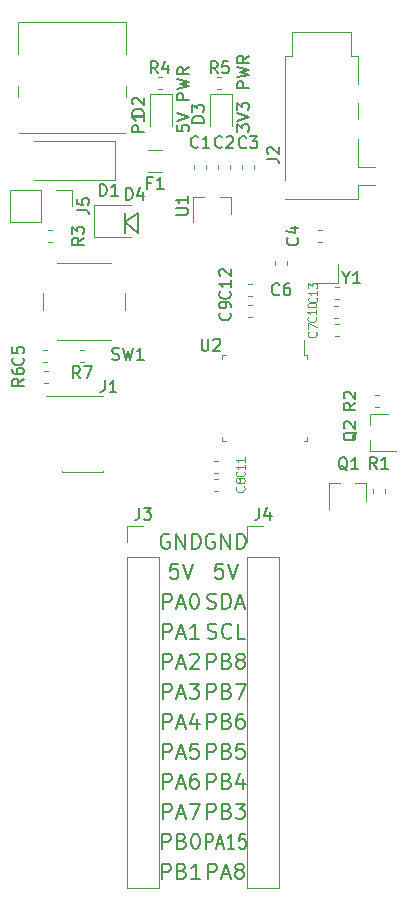
<source format=gbr>
G04 #@! TF.GenerationSoftware,KiCad,Pcbnew,5.1.5*
G04 #@! TF.CreationDate,2020-02-17T14:33:41-05:00*
G04 #@! TF.ProjectId,stm32,73746d33-322e-46b6-9963-61645f706362,B*
G04 #@! TF.SameCoordinates,Original*
G04 #@! TF.FileFunction,Legend,Top*
G04 #@! TF.FilePolarity,Positive*
%FSLAX46Y46*%
G04 Gerber Fmt 4.6, Leading zero omitted, Abs format (unit mm)*
G04 Created by KiCad (PCBNEW 5.1.5) date 2020-02-17 14:33:41*
%MOMM*%
%LPD*%
G04 APERTURE LIST*
%ADD10C,0.127000*%
%ADD11C,0.152400*%
%ADD12C,0.120000*%
%ADD13C,0.100000*%
%ADD14C,0.200000*%
%ADD15C,0.150000*%
%ADD16C,0.101600*%
G04 APERTURE END LIST*
D10*
X130507619Y-66868523D02*
X130507619Y-66239571D01*
X130894666Y-66578238D01*
X130894666Y-66433095D01*
X130943047Y-66336333D01*
X130991428Y-66287952D01*
X131088190Y-66239571D01*
X131330095Y-66239571D01*
X131426857Y-66287952D01*
X131475238Y-66336333D01*
X131523619Y-66433095D01*
X131523619Y-66723380D01*
X131475238Y-66820142D01*
X131426857Y-66868523D01*
X130507619Y-65949285D02*
X131523619Y-65610619D01*
X130507619Y-65271952D01*
X130507619Y-65030047D02*
X130507619Y-64401095D01*
X130894666Y-64739761D01*
X130894666Y-64594619D01*
X130943047Y-64497857D01*
X130991428Y-64449476D01*
X131088190Y-64401095D01*
X131330095Y-64401095D01*
X131426857Y-64449476D01*
X131475238Y-64497857D01*
X131523619Y-64594619D01*
X131523619Y-64884904D01*
X131475238Y-64981666D01*
X131426857Y-65030047D01*
X131523619Y-63191571D02*
X130507619Y-63191571D01*
X130507619Y-62804523D01*
X130556000Y-62707761D01*
X130604380Y-62659380D01*
X130701142Y-62611000D01*
X130846285Y-62611000D01*
X130943047Y-62659380D01*
X130991428Y-62707761D01*
X131039809Y-62804523D01*
X131039809Y-63191571D01*
X130507619Y-62272333D02*
X131523619Y-62030428D01*
X130797904Y-61836904D01*
X131523619Y-61643380D01*
X130507619Y-61401476D01*
X131523619Y-60433857D02*
X131039809Y-60772523D01*
X131523619Y-61014428D02*
X130507619Y-61014428D01*
X130507619Y-60627380D01*
X130556000Y-60530619D01*
X130604380Y-60482238D01*
X130701142Y-60433857D01*
X130846285Y-60433857D01*
X130943047Y-60482238D01*
X130991428Y-60530619D01*
X131039809Y-60627380D01*
X131039809Y-61014428D01*
X125427619Y-66312142D02*
X125427619Y-66795952D01*
X125911428Y-66844333D01*
X125863047Y-66795952D01*
X125814666Y-66699190D01*
X125814666Y-66457285D01*
X125863047Y-66360523D01*
X125911428Y-66312142D01*
X126008190Y-66263761D01*
X126250095Y-66263761D01*
X126346857Y-66312142D01*
X126395238Y-66360523D01*
X126443619Y-66457285D01*
X126443619Y-66699190D01*
X126395238Y-66795952D01*
X126346857Y-66844333D01*
X125427619Y-65973476D02*
X126443619Y-65634809D01*
X125427619Y-65296142D01*
X126443619Y-64183380D02*
X125427619Y-64183380D01*
X125427619Y-63796333D01*
X125476000Y-63699571D01*
X125524380Y-63651190D01*
X125621142Y-63602809D01*
X125766285Y-63602809D01*
X125863047Y-63651190D01*
X125911428Y-63699571D01*
X125959809Y-63796333D01*
X125959809Y-64183380D01*
X125427619Y-63264142D02*
X126443619Y-63022238D01*
X125717904Y-62828714D01*
X126443619Y-62635190D01*
X125427619Y-62393285D01*
X126443619Y-61425666D02*
X125959809Y-61764333D01*
X126443619Y-62006238D02*
X125427619Y-62006238D01*
X125427619Y-61619190D01*
X125476000Y-61522428D01*
X125524380Y-61474047D01*
X125621142Y-61425666D01*
X125766285Y-61425666D01*
X125863047Y-61474047D01*
X125911428Y-61522428D01*
X125959809Y-61619190D01*
X125959809Y-62006238D01*
D11*
X127997857Y-107194047D02*
X128179285Y-107254523D01*
X128481666Y-107254523D01*
X128602619Y-107194047D01*
X128663095Y-107133571D01*
X128723571Y-107012619D01*
X128723571Y-106891666D01*
X128663095Y-106770714D01*
X128602619Y-106710238D01*
X128481666Y-106649761D01*
X128239761Y-106589285D01*
X128118809Y-106528809D01*
X128058333Y-106468333D01*
X127997857Y-106347380D01*
X127997857Y-106226428D01*
X128058333Y-106105476D01*
X128118809Y-106045000D01*
X128239761Y-105984523D01*
X128542142Y-105984523D01*
X128723571Y-106045000D01*
X129267857Y-107254523D02*
X129267857Y-105984523D01*
X129570238Y-105984523D01*
X129751666Y-106045000D01*
X129872619Y-106165952D01*
X129933095Y-106286904D01*
X129993571Y-106528809D01*
X129993571Y-106710238D01*
X129933095Y-106952142D01*
X129872619Y-107073095D01*
X129751666Y-107194047D01*
X129570238Y-107254523D01*
X129267857Y-107254523D01*
X130477380Y-106891666D02*
X131082142Y-106891666D01*
X130356428Y-107254523D02*
X130779761Y-105984523D01*
X131203095Y-107254523D01*
X128028095Y-109734047D02*
X128209523Y-109794523D01*
X128511904Y-109794523D01*
X128632857Y-109734047D01*
X128693333Y-109673571D01*
X128753809Y-109552619D01*
X128753809Y-109431666D01*
X128693333Y-109310714D01*
X128632857Y-109250238D01*
X128511904Y-109189761D01*
X128270000Y-109129285D01*
X128149047Y-109068809D01*
X128088571Y-109008333D01*
X128028095Y-108887380D01*
X128028095Y-108766428D01*
X128088571Y-108645476D01*
X128149047Y-108585000D01*
X128270000Y-108524523D01*
X128572380Y-108524523D01*
X128753809Y-108585000D01*
X130023809Y-109673571D02*
X129963333Y-109734047D01*
X129781904Y-109794523D01*
X129660952Y-109794523D01*
X129479523Y-109734047D01*
X129358571Y-109613095D01*
X129298095Y-109492142D01*
X129237619Y-109250238D01*
X129237619Y-109068809D01*
X129298095Y-108826904D01*
X129358571Y-108705952D01*
X129479523Y-108585000D01*
X129660952Y-108524523D01*
X129781904Y-108524523D01*
X129963333Y-108585000D01*
X130023809Y-108645476D01*
X131172857Y-109794523D02*
X130568095Y-109794523D01*
X130568095Y-108524523D01*
X124157619Y-130114523D02*
X124157619Y-128844523D01*
X124641428Y-128844523D01*
X124762380Y-128905000D01*
X124822857Y-128965476D01*
X124883333Y-129086428D01*
X124883333Y-129267857D01*
X124822857Y-129388809D01*
X124762380Y-129449285D01*
X124641428Y-129509761D01*
X124157619Y-129509761D01*
X125850952Y-129449285D02*
X126032380Y-129509761D01*
X126092857Y-129570238D01*
X126153333Y-129691190D01*
X126153333Y-129872619D01*
X126092857Y-129993571D01*
X126032380Y-130054047D01*
X125911428Y-130114523D01*
X125427619Y-130114523D01*
X125427619Y-128844523D01*
X125850952Y-128844523D01*
X125971904Y-128905000D01*
X126032380Y-128965476D01*
X126092857Y-129086428D01*
X126092857Y-129207380D01*
X126032380Y-129328333D01*
X125971904Y-129388809D01*
X125850952Y-129449285D01*
X125427619Y-129449285D01*
X127362857Y-130114523D02*
X126637142Y-130114523D01*
X127000000Y-130114523D02*
X127000000Y-128844523D01*
X126879047Y-129025952D01*
X126758095Y-129146904D01*
X126637142Y-129207380D01*
X127967619Y-112334523D02*
X127967619Y-111064523D01*
X128451428Y-111064523D01*
X128572380Y-111125000D01*
X128632857Y-111185476D01*
X128693333Y-111306428D01*
X128693333Y-111487857D01*
X128632857Y-111608809D01*
X128572380Y-111669285D01*
X128451428Y-111729761D01*
X127967619Y-111729761D01*
X129660952Y-111669285D02*
X129842380Y-111729761D01*
X129902857Y-111790238D01*
X129963333Y-111911190D01*
X129963333Y-112092619D01*
X129902857Y-112213571D01*
X129842380Y-112274047D01*
X129721428Y-112334523D01*
X129237619Y-112334523D01*
X129237619Y-111064523D01*
X129660952Y-111064523D01*
X129781904Y-111125000D01*
X129842380Y-111185476D01*
X129902857Y-111306428D01*
X129902857Y-111427380D01*
X129842380Y-111548333D01*
X129781904Y-111608809D01*
X129660952Y-111669285D01*
X129237619Y-111669285D01*
X130689047Y-111608809D02*
X130568095Y-111548333D01*
X130507619Y-111487857D01*
X130447142Y-111366904D01*
X130447142Y-111306428D01*
X130507619Y-111185476D01*
X130568095Y-111125000D01*
X130689047Y-111064523D01*
X130930952Y-111064523D01*
X131051904Y-111125000D01*
X131112380Y-111185476D01*
X131172857Y-111306428D01*
X131172857Y-111366904D01*
X131112380Y-111487857D01*
X131051904Y-111548333D01*
X130930952Y-111608809D01*
X130689047Y-111608809D01*
X130568095Y-111669285D01*
X130507619Y-111729761D01*
X130447142Y-111850714D01*
X130447142Y-112092619D01*
X130507619Y-112213571D01*
X130568095Y-112274047D01*
X130689047Y-112334523D01*
X130930952Y-112334523D01*
X131051904Y-112274047D01*
X131112380Y-112213571D01*
X131172857Y-112092619D01*
X131172857Y-111850714D01*
X131112380Y-111729761D01*
X131051904Y-111669285D01*
X130930952Y-111608809D01*
X127967619Y-114874523D02*
X127967619Y-113604523D01*
X128451428Y-113604523D01*
X128572380Y-113665000D01*
X128632857Y-113725476D01*
X128693333Y-113846428D01*
X128693333Y-114027857D01*
X128632857Y-114148809D01*
X128572380Y-114209285D01*
X128451428Y-114269761D01*
X127967619Y-114269761D01*
X129660952Y-114209285D02*
X129842380Y-114269761D01*
X129902857Y-114330238D01*
X129963333Y-114451190D01*
X129963333Y-114632619D01*
X129902857Y-114753571D01*
X129842380Y-114814047D01*
X129721428Y-114874523D01*
X129237619Y-114874523D01*
X129237619Y-113604523D01*
X129660952Y-113604523D01*
X129781904Y-113665000D01*
X129842380Y-113725476D01*
X129902857Y-113846428D01*
X129902857Y-113967380D01*
X129842380Y-114088333D01*
X129781904Y-114148809D01*
X129660952Y-114209285D01*
X129237619Y-114209285D01*
X130386666Y-113604523D02*
X131233333Y-113604523D01*
X130689047Y-114874523D01*
X127967619Y-117414523D02*
X127967619Y-116144523D01*
X128451428Y-116144523D01*
X128572380Y-116205000D01*
X128632857Y-116265476D01*
X128693333Y-116386428D01*
X128693333Y-116567857D01*
X128632857Y-116688809D01*
X128572380Y-116749285D01*
X128451428Y-116809761D01*
X127967619Y-116809761D01*
X129660952Y-116749285D02*
X129842380Y-116809761D01*
X129902857Y-116870238D01*
X129963333Y-116991190D01*
X129963333Y-117172619D01*
X129902857Y-117293571D01*
X129842380Y-117354047D01*
X129721428Y-117414523D01*
X129237619Y-117414523D01*
X129237619Y-116144523D01*
X129660952Y-116144523D01*
X129781904Y-116205000D01*
X129842380Y-116265476D01*
X129902857Y-116386428D01*
X129902857Y-116507380D01*
X129842380Y-116628333D01*
X129781904Y-116688809D01*
X129660952Y-116749285D01*
X129237619Y-116749285D01*
X131051904Y-116144523D02*
X130810000Y-116144523D01*
X130689047Y-116205000D01*
X130628571Y-116265476D01*
X130507619Y-116446904D01*
X130447142Y-116688809D01*
X130447142Y-117172619D01*
X130507619Y-117293571D01*
X130568095Y-117354047D01*
X130689047Y-117414523D01*
X130930952Y-117414523D01*
X131051904Y-117354047D01*
X131112380Y-117293571D01*
X131172857Y-117172619D01*
X131172857Y-116870238D01*
X131112380Y-116749285D01*
X131051904Y-116688809D01*
X130930952Y-116628333D01*
X130689047Y-116628333D01*
X130568095Y-116688809D01*
X130507619Y-116749285D01*
X130447142Y-116870238D01*
X127967619Y-119954523D02*
X127967619Y-118684523D01*
X128451428Y-118684523D01*
X128572380Y-118745000D01*
X128632857Y-118805476D01*
X128693333Y-118926428D01*
X128693333Y-119107857D01*
X128632857Y-119228809D01*
X128572380Y-119289285D01*
X128451428Y-119349761D01*
X127967619Y-119349761D01*
X129660952Y-119289285D02*
X129842380Y-119349761D01*
X129902857Y-119410238D01*
X129963333Y-119531190D01*
X129963333Y-119712619D01*
X129902857Y-119833571D01*
X129842380Y-119894047D01*
X129721428Y-119954523D01*
X129237619Y-119954523D01*
X129237619Y-118684523D01*
X129660952Y-118684523D01*
X129781904Y-118745000D01*
X129842380Y-118805476D01*
X129902857Y-118926428D01*
X129902857Y-119047380D01*
X129842380Y-119168333D01*
X129781904Y-119228809D01*
X129660952Y-119289285D01*
X129237619Y-119289285D01*
X131112380Y-118684523D02*
X130507619Y-118684523D01*
X130447142Y-119289285D01*
X130507619Y-119228809D01*
X130628571Y-119168333D01*
X130930952Y-119168333D01*
X131051904Y-119228809D01*
X131112380Y-119289285D01*
X131172857Y-119410238D01*
X131172857Y-119712619D01*
X131112380Y-119833571D01*
X131051904Y-119894047D01*
X130930952Y-119954523D01*
X130628571Y-119954523D01*
X130507619Y-119894047D01*
X130447142Y-119833571D01*
X127967619Y-122494523D02*
X127967619Y-121224523D01*
X128451428Y-121224523D01*
X128572380Y-121285000D01*
X128632857Y-121345476D01*
X128693333Y-121466428D01*
X128693333Y-121647857D01*
X128632857Y-121768809D01*
X128572380Y-121829285D01*
X128451428Y-121889761D01*
X127967619Y-121889761D01*
X129660952Y-121829285D02*
X129842380Y-121889761D01*
X129902857Y-121950238D01*
X129963333Y-122071190D01*
X129963333Y-122252619D01*
X129902857Y-122373571D01*
X129842380Y-122434047D01*
X129721428Y-122494523D01*
X129237619Y-122494523D01*
X129237619Y-121224523D01*
X129660952Y-121224523D01*
X129781904Y-121285000D01*
X129842380Y-121345476D01*
X129902857Y-121466428D01*
X129902857Y-121587380D01*
X129842380Y-121708333D01*
X129781904Y-121768809D01*
X129660952Y-121829285D01*
X129237619Y-121829285D01*
X131051904Y-121647857D02*
X131051904Y-122494523D01*
X130749523Y-121164047D02*
X130447142Y-122071190D01*
X131233333Y-122071190D01*
X127967619Y-125034523D02*
X127967619Y-123764523D01*
X128451428Y-123764523D01*
X128572380Y-123825000D01*
X128632857Y-123885476D01*
X128693333Y-124006428D01*
X128693333Y-124187857D01*
X128632857Y-124308809D01*
X128572380Y-124369285D01*
X128451428Y-124429761D01*
X127967619Y-124429761D01*
X129660952Y-124369285D02*
X129842380Y-124429761D01*
X129902857Y-124490238D01*
X129963333Y-124611190D01*
X129963333Y-124792619D01*
X129902857Y-124913571D01*
X129842380Y-124974047D01*
X129721428Y-125034523D01*
X129237619Y-125034523D01*
X129237619Y-123764523D01*
X129660952Y-123764523D01*
X129781904Y-123825000D01*
X129842380Y-123885476D01*
X129902857Y-124006428D01*
X129902857Y-124127380D01*
X129842380Y-124248333D01*
X129781904Y-124308809D01*
X129660952Y-124369285D01*
X129237619Y-124369285D01*
X130386666Y-123764523D02*
X131172857Y-123764523D01*
X130749523Y-124248333D01*
X130930952Y-124248333D01*
X131051904Y-124308809D01*
X131112380Y-124369285D01*
X131172857Y-124490238D01*
X131172857Y-124792619D01*
X131112380Y-124913571D01*
X131051904Y-124974047D01*
X130930952Y-125034523D01*
X130568095Y-125034523D01*
X130447142Y-124974047D01*
X130386666Y-124913571D01*
X127870857Y-127574523D02*
X127870857Y-126304523D01*
X128257904Y-126304523D01*
X128354666Y-126365000D01*
X128403047Y-126425476D01*
X128451428Y-126546428D01*
X128451428Y-126727857D01*
X128403047Y-126848809D01*
X128354666Y-126909285D01*
X128257904Y-126969761D01*
X127870857Y-126969761D01*
X128838476Y-127211666D02*
X129322285Y-127211666D01*
X128741714Y-127574523D02*
X129080380Y-126304523D01*
X129419047Y-127574523D01*
X130289904Y-127574523D02*
X129709333Y-127574523D01*
X129999619Y-127574523D02*
X129999619Y-126304523D01*
X129902857Y-126485952D01*
X129806095Y-126606904D01*
X129709333Y-126667380D01*
X131209142Y-126304523D02*
X130725333Y-126304523D01*
X130676952Y-126909285D01*
X130725333Y-126848809D01*
X130822095Y-126788333D01*
X131064000Y-126788333D01*
X131160761Y-126848809D01*
X131209142Y-126909285D01*
X131257523Y-127030238D01*
X131257523Y-127332619D01*
X131209142Y-127453571D01*
X131160761Y-127514047D01*
X131064000Y-127574523D01*
X130822095Y-127574523D01*
X130725333Y-127514047D01*
X130676952Y-127453571D01*
X128058333Y-130114523D02*
X128058333Y-128844523D01*
X128542142Y-128844523D01*
X128663095Y-128905000D01*
X128723571Y-128965476D01*
X128784047Y-129086428D01*
X128784047Y-129267857D01*
X128723571Y-129388809D01*
X128663095Y-129449285D01*
X128542142Y-129509761D01*
X128058333Y-129509761D01*
X129267857Y-129751666D02*
X129872619Y-129751666D01*
X129146904Y-130114523D02*
X129570238Y-128844523D01*
X129993571Y-130114523D01*
X130598333Y-129388809D02*
X130477380Y-129328333D01*
X130416904Y-129267857D01*
X130356428Y-129146904D01*
X130356428Y-129086428D01*
X130416904Y-128965476D01*
X130477380Y-128905000D01*
X130598333Y-128844523D01*
X130840238Y-128844523D01*
X130961190Y-128905000D01*
X131021666Y-128965476D01*
X131082142Y-129086428D01*
X131082142Y-129146904D01*
X131021666Y-129267857D01*
X130961190Y-129328333D01*
X130840238Y-129388809D01*
X130598333Y-129388809D01*
X130477380Y-129449285D01*
X130416904Y-129509761D01*
X130356428Y-129630714D01*
X130356428Y-129872619D01*
X130416904Y-129993571D01*
X130477380Y-130054047D01*
X130598333Y-130114523D01*
X130840238Y-130114523D01*
X130961190Y-130054047D01*
X131021666Y-129993571D01*
X131082142Y-129872619D01*
X131082142Y-129630714D01*
X131021666Y-129509761D01*
X130961190Y-129449285D01*
X130840238Y-129388809D01*
X124157619Y-127574523D02*
X124157619Y-126304523D01*
X124641428Y-126304523D01*
X124762380Y-126365000D01*
X124822857Y-126425476D01*
X124883333Y-126546428D01*
X124883333Y-126727857D01*
X124822857Y-126848809D01*
X124762380Y-126909285D01*
X124641428Y-126969761D01*
X124157619Y-126969761D01*
X125850952Y-126909285D02*
X126032380Y-126969761D01*
X126092857Y-127030238D01*
X126153333Y-127151190D01*
X126153333Y-127332619D01*
X126092857Y-127453571D01*
X126032380Y-127514047D01*
X125911428Y-127574523D01*
X125427619Y-127574523D01*
X125427619Y-126304523D01*
X125850952Y-126304523D01*
X125971904Y-126365000D01*
X126032380Y-126425476D01*
X126092857Y-126546428D01*
X126092857Y-126667380D01*
X126032380Y-126788333D01*
X125971904Y-126848809D01*
X125850952Y-126909285D01*
X125427619Y-126909285D01*
X126939523Y-126304523D02*
X127060476Y-126304523D01*
X127181428Y-126365000D01*
X127241904Y-126425476D01*
X127302380Y-126546428D01*
X127362857Y-126788333D01*
X127362857Y-127090714D01*
X127302380Y-127332619D01*
X127241904Y-127453571D01*
X127181428Y-127514047D01*
X127060476Y-127574523D01*
X126939523Y-127574523D01*
X126818571Y-127514047D01*
X126758095Y-127453571D01*
X126697619Y-127332619D01*
X126637142Y-127090714D01*
X126637142Y-126788333D01*
X126697619Y-126546428D01*
X126758095Y-126425476D01*
X126818571Y-126365000D01*
X126939523Y-126304523D01*
X124248333Y-125034523D02*
X124248333Y-123764523D01*
X124732142Y-123764523D01*
X124853095Y-123825000D01*
X124913571Y-123885476D01*
X124974047Y-124006428D01*
X124974047Y-124187857D01*
X124913571Y-124308809D01*
X124853095Y-124369285D01*
X124732142Y-124429761D01*
X124248333Y-124429761D01*
X125457857Y-124671666D02*
X126062619Y-124671666D01*
X125336904Y-125034523D02*
X125760238Y-123764523D01*
X126183571Y-125034523D01*
X126485952Y-123764523D02*
X127332619Y-123764523D01*
X126788333Y-125034523D01*
X124248333Y-122494523D02*
X124248333Y-121224523D01*
X124732142Y-121224523D01*
X124853095Y-121285000D01*
X124913571Y-121345476D01*
X124974047Y-121466428D01*
X124974047Y-121647857D01*
X124913571Y-121768809D01*
X124853095Y-121829285D01*
X124732142Y-121889761D01*
X124248333Y-121889761D01*
X125457857Y-122131666D02*
X126062619Y-122131666D01*
X125336904Y-122494523D02*
X125760238Y-121224523D01*
X126183571Y-122494523D01*
X127151190Y-121224523D02*
X126909285Y-121224523D01*
X126788333Y-121285000D01*
X126727857Y-121345476D01*
X126606904Y-121526904D01*
X126546428Y-121768809D01*
X126546428Y-122252619D01*
X126606904Y-122373571D01*
X126667380Y-122434047D01*
X126788333Y-122494523D01*
X127030238Y-122494523D01*
X127151190Y-122434047D01*
X127211666Y-122373571D01*
X127272142Y-122252619D01*
X127272142Y-121950238D01*
X127211666Y-121829285D01*
X127151190Y-121768809D01*
X127030238Y-121708333D01*
X126788333Y-121708333D01*
X126667380Y-121768809D01*
X126606904Y-121829285D01*
X126546428Y-121950238D01*
X124248333Y-119954523D02*
X124248333Y-118684523D01*
X124732142Y-118684523D01*
X124853095Y-118745000D01*
X124913571Y-118805476D01*
X124974047Y-118926428D01*
X124974047Y-119107857D01*
X124913571Y-119228809D01*
X124853095Y-119289285D01*
X124732142Y-119349761D01*
X124248333Y-119349761D01*
X125457857Y-119591666D02*
X126062619Y-119591666D01*
X125336904Y-119954523D02*
X125760238Y-118684523D01*
X126183571Y-119954523D01*
X127211666Y-118684523D02*
X126606904Y-118684523D01*
X126546428Y-119289285D01*
X126606904Y-119228809D01*
X126727857Y-119168333D01*
X127030238Y-119168333D01*
X127151190Y-119228809D01*
X127211666Y-119289285D01*
X127272142Y-119410238D01*
X127272142Y-119712619D01*
X127211666Y-119833571D01*
X127151190Y-119894047D01*
X127030238Y-119954523D01*
X126727857Y-119954523D01*
X126606904Y-119894047D01*
X126546428Y-119833571D01*
X124248333Y-117414523D02*
X124248333Y-116144523D01*
X124732142Y-116144523D01*
X124853095Y-116205000D01*
X124913571Y-116265476D01*
X124974047Y-116386428D01*
X124974047Y-116567857D01*
X124913571Y-116688809D01*
X124853095Y-116749285D01*
X124732142Y-116809761D01*
X124248333Y-116809761D01*
X125457857Y-117051666D02*
X126062619Y-117051666D01*
X125336904Y-117414523D02*
X125760238Y-116144523D01*
X126183571Y-117414523D01*
X127151190Y-116567857D02*
X127151190Y-117414523D01*
X126848809Y-116084047D02*
X126546428Y-116991190D01*
X127332619Y-116991190D01*
X124248333Y-114874523D02*
X124248333Y-113604523D01*
X124732142Y-113604523D01*
X124853095Y-113665000D01*
X124913571Y-113725476D01*
X124974047Y-113846428D01*
X124974047Y-114027857D01*
X124913571Y-114148809D01*
X124853095Y-114209285D01*
X124732142Y-114269761D01*
X124248333Y-114269761D01*
X125457857Y-114511666D02*
X126062619Y-114511666D01*
X125336904Y-114874523D02*
X125760238Y-113604523D01*
X126183571Y-114874523D01*
X126485952Y-113604523D02*
X127272142Y-113604523D01*
X126848809Y-114088333D01*
X127030238Y-114088333D01*
X127151190Y-114148809D01*
X127211666Y-114209285D01*
X127272142Y-114330238D01*
X127272142Y-114632619D01*
X127211666Y-114753571D01*
X127151190Y-114814047D01*
X127030238Y-114874523D01*
X126667380Y-114874523D01*
X126546428Y-114814047D01*
X126485952Y-114753571D01*
X124248333Y-112334523D02*
X124248333Y-111064523D01*
X124732142Y-111064523D01*
X124853095Y-111125000D01*
X124913571Y-111185476D01*
X124974047Y-111306428D01*
X124974047Y-111487857D01*
X124913571Y-111608809D01*
X124853095Y-111669285D01*
X124732142Y-111729761D01*
X124248333Y-111729761D01*
X125457857Y-111971666D02*
X126062619Y-111971666D01*
X125336904Y-112334523D02*
X125760238Y-111064523D01*
X126183571Y-112334523D01*
X126546428Y-111185476D02*
X126606904Y-111125000D01*
X126727857Y-111064523D01*
X127030238Y-111064523D01*
X127151190Y-111125000D01*
X127211666Y-111185476D01*
X127272142Y-111306428D01*
X127272142Y-111427380D01*
X127211666Y-111608809D01*
X126485952Y-112334523D01*
X127272142Y-112334523D01*
X124248333Y-109794523D02*
X124248333Y-108524523D01*
X124732142Y-108524523D01*
X124853095Y-108585000D01*
X124913571Y-108645476D01*
X124974047Y-108766428D01*
X124974047Y-108947857D01*
X124913571Y-109068809D01*
X124853095Y-109129285D01*
X124732142Y-109189761D01*
X124248333Y-109189761D01*
X125457857Y-109431666D02*
X126062619Y-109431666D01*
X125336904Y-109794523D02*
X125760238Y-108524523D01*
X126183571Y-109794523D01*
X127272142Y-109794523D02*
X126546428Y-109794523D01*
X126909285Y-109794523D02*
X126909285Y-108524523D01*
X126788333Y-108705952D01*
X126667380Y-108826904D01*
X126546428Y-108887380D01*
X124248333Y-107254523D02*
X124248333Y-105984523D01*
X124732142Y-105984523D01*
X124853095Y-106045000D01*
X124913571Y-106105476D01*
X124974047Y-106226428D01*
X124974047Y-106407857D01*
X124913571Y-106528809D01*
X124853095Y-106589285D01*
X124732142Y-106649761D01*
X124248333Y-106649761D01*
X125457857Y-106891666D02*
X126062619Y-106891666D01*
X125336904Y-107254523D02*
X125760238Y-105984523D01*
X126183571Y-107254523D01*
X126848809Y-105984523D02*
X126969761Y-105984523D01*
X127090714Y-106045000D01*
X127151190Y-106105476D01*
X127211666Y-106226428D01*
X127272142Y-106468333D01*
X127272142Y-106770714D01*
X127211666Y-107012619D01*
X127151190Y-107133571D01*
X127090714Y-107194047D01*
X126969761Y-107254523D01*
X126848809Y-107254523D01*
X126727857Y-107194047D01*
X126667380Y-107133571D01*
X126606904Y-107012619D01*
X126546428Y-106770714D01*
X126546428Y-106468333D01*
X126606904Y-106226428D01*
X126667380Y-106105476D01*
X126727857Y-106045000D01*
X126848809Y-105984523D01*
X129298095Y-103444523D02*
X128693333Y-103444523D01*
X128632857Y-104049285D01*
X128693333Y-103988809D01*
X128814285Y-103928333D01*
X129116666Y-103928333D01*
X129237619Y-103988809D01*
X129298095Y-104049285D01*
X129358571Y-104170238D01*
X129358571Y-104472619D01*
X129298095Y-104593571D01*
X129237619Y-104654047D01*
X129116666Y-104714523D01*
X128814285Y-104714523D01*
X128693333Y-104654047D01*
X128632857Y-104593571D01*
X129721428Y-103444523D02*
X130144761Y-104714523D01*
X130568095Y-103444523D01*
X125488095Y-103444523D02*
X124883333Y-103444523D01*
X124822857Y-104049285D01*
X124883333Y-103988809D01*
X125004285Y-103928333D01*
X125306666Y-103928333D01*
X125427619Y-103988809D01*
X125488095Y-104049285D01*
X125548571Y-104170238D01*
X125548571Y-104472619D01*
X125488095Y-104593571D01*
X125427619Y-104654047D01*
X125306666Y-104714523D01*
X125004285Y-104714523D01*
X124883333Y-104654047D01*
X124822857Y-104593571D01*
X125911428Y-103444523D02*
X126334761Y-104714523D01*
X126758095Y-103444523D01*
X128572380Y-100965000D02*
X128451428Y-100904523D01*
X128270000Y-100904523D01*
X128088571Y-100965000D01*
X127967619Y-101085952D01*
X127907142Y-101206904D01*
X127846666Y-101448809D01*
X127846666Y-101630238D01*
X127907142Y-101872142D01*
X127967619Y-101993095D01*
X128088571Y-102114047D01*
X128270000Y-102174523D01*
X128390952Y-102174523D01*
X128572380Y-102114047D01*
X128632857Y-102053571D01*
X128632857Y-101630238D01*
X128390952Y-101630238D01*
X129177142Y-102174523D02*
X129177142Y-100904523D01*
X129902857Y-102174523D01*
X129902857Y-100904523D01*
X130507619Y-102174523D02*
X130507619Y-100904523D01*
X130810000Y-100904523D01*
X130991428Y-100965000D01*
X131112380Y-101085952D01*
X131172857Y-101206904D01*
X131233333Y-101448809D01*
X131233333Y-101630238D01*
X131172857Y-101872142D01*
X131112380Y-101993095D01*
X130991428Y-102114047D01*
X130810000Y-102174523D01*
X130507619Y-102174523D01*
X124762380Y-100965000D02*
X124641428Y-100904523D01*
X124460000Y-100904523D01*
X124278571Y-100965000D01*
X124157619Y-101085952D01*
X124097142Y-101206904D01*
X124036666Y-101448809D01*
X124036666Y-101630238D01*
X124097142Y-101872142D01*
X124157619Y-101993095D01*
X124278571Y-102114047D01*
X124460000Y-102174523D01*
X124580952Y-102174523D01*
X124762380Y-102114047D01*
X124822857Y-102053571D01*
X124822857Y-101630238D01*
X124580952Y-101630238D01*
X125367142Y-102174523D02*
X125367142Y-100904523D01*
X126092857Y-102174523D01*
X126092857Y-100904523D01*
X126697619Y-102174523D02*
X126697619Y-100904523D01*
X127000000Y-100904523D01*
X127181428Y-100965000D01*
X127302380Y-101085952D01*
X127362857Y-101206904D01*
X127423333Y-101448809D01*
X127423333Y-101630238D01*
X127362857Y-101872142D01*
X127302380Y-101993095D01*
X127181428Y-102114047D01*
X127000000Y-102174523D01*
X126697619Y-102174523D01*
D12*
X131385000Y-130870000D02*
X134045000Y-130870000D01*
X131385000Y-102870000D02*
X131385000Y-130870000D01*
X134045000Y-102870000D02*
X134045000Y-130870000D01*
X131385000Y-102870000D02*
X134045000Y-102870000D01*
X131385000Y-101600000D02*
X131385000Y-100270000D01*
X131385000Y-100270000D02*
X132715000Y-100270000D01*
X129232000Y-92718000D02*
X129232000Y-93018000D01*
X129232000Y-93018000D02*
X129532000Y-93018000D01*
X129232000Y-86098000D02*
X129232000Y-85798000D01*
X129232000Y-85798000D02*
X129532000Y-85798000D01*
X136452000Y-92718000D02*
X136452000Y-93018000D01*
X136452000Y-93018000D02*
X136152000Y-93018000D01*
X136452000Y-86098000D02*
X136452000Y-85798000D01*
X136452000Y-85798000D02*
X136152000Y-85798000D01*
X136152000Y-85798000D02*
X136152000Y-84483000D01*
X121225000Y-100270000D02*
X122555000Y-100270000D01*
X121225000Y-101600000D02*
X121225000Y-100270000D01*
X121225000Y-102870000D02*
X123885000Y-102870000D01*
X123885000Y-102870000D02*
X123885000Y-130870000D01*
X121225000Y-102870000D02*
X121225000Y-130870000D01*
X121225000Y-130870000D02*
X123885000Y-130870000D01*
X126871000Y-69987279D02*
X126871000Y-69661721D01*
X127891000Y-69987279D02*
X127891000Y-69661721D01*
X129923000Y-69987279D02*
X129923000Y-69661721D01*
X128903000Y-69987279D02*
X128903000Y-69661721D01*
X131955000Y-70038279D02*
X131955000Y-69712721D01*
X130935000Y-70038279D02*
X130935000Y-69712721D01*
X137729279Y-76202000D02*
X137403721Y-76202000D01*
X137729279Y-75182000D02*
X137403721Y-75182000D01*
X114437279Y-86362000D02*
X114111721Y-86362000D01*
X114437279Y-85342000D02*
X114111721Y-85342000D01*
X134749000Y-78166279D02*
X134749000Y-77840721D01*
X133729000Y-78166279D02*
X133729000Y-77840721D01*
X138775221Y-83183000D02*
X139100779Y-83183000D01*
X138775221Y-84203000D02*
X139100779Y-84203000D01*
X128915279Y-97290999D02*
X128589721Y-97290999D01*
X128915279Y-96270999D02*
X128589721Y-96270999D01*
X131760279Y-81532000D02*
X131434721Y-81532000D01*
X131760279Y-82552000D02*
X131434721Y-82552000D01*
X138749721Y-82679000D02*
X139075279Y-82679000D01*
X138749721Y-81659000D02*
X139075279Y-81659000D01*
X128902779Y-94740000D02*
X128577221Y-94740000D01*
X128902779Y-95760000D02*
X128577221Y-95760000D01*
X131734779Y-80774000D02*
X131409221Y-80774000D01*
X131734779Y-79754000D02*
X131409221Y-79754000D01*
X138800721Y-80008000D02*
X139126279Y-80008000D01*
X138800721Y-81028000D02*
X139126279Y-81028000D01*
X120184000Y-70992000D02*
X120184000Y-67692000D01*
X120184000Y-67692000D02*
X113284000Y-67692000D01*
X120184000Y-70992000D02*
X113284000Y-70992000D01*
X125039000Y-66405000D02*
X125039000Y-63720000D01*
X125039000Y-63720000D02*
X123119000Y-63720000D01*
X123119000Y-63720000D02*
X123119000Y-66405000D01*
X128199000Y-63671500D02*
X128199000Y-66356500D01*
X130119000Y-63671500D02*
X128199000Y-63671500D01*
X130119000Y-66356500D02*
X130119000Y-63671500D01*
X115665000Y-89221000D02*
X119195000Y-89221000D01*
X115665000Y-95691000D02*
X119195000Y-95691000D01*
X114340000Y-89286000D02*
X115665000Y-89286000D01*
X115665000Y-89221000D02*
X115665000Y-89286000D01*
X119195000Y-89221000D02*
X119195000Y-89286000D01*
X115665000Y-95626000D02*
X115665000Y-95691000D01*
X119195000Y-95626000D02*
X119195000Y-95691000D01*
X140768000Y-69852000D02*
X142168000Y-69852000D01*
X140768000Y-71402000D02*
X142168000Y-71402000D01*
X134568000Y-70952000D02*
X134568000Y-60427000D01*
X140768000Y-71402000D02*
X140768000Y-72527000D01*
X140768000Y-67452000D02*
X140768000Y-69852000D01*
X140768000Y-64452000D02*
X140768000Y-65802000D01*
X140768000Y-60427000D02*
X140768000Y-62802000D01*
X134568000Y-72527000D02*
X140768000Y-72527000D01*
X140768000Y-60427000D02*
X140168000Y-60427000D01*
X135168000Y-60427000D02*
X134568000Y-60427000D01*
X140168000Y-58427000D02*
X135168000Y-58427000D01*
X140168000Y-60427000D02*
X140168000Y-58427000D01*
X135168000Y-60427000D02*
X135168000Y-58427000D01*
X111319000Y-71822000D02*
X111319000Y-74482000D01*
X113919000Y-71822000D02*
X111319000Y-71822000D01*
X113919000Y-74482000D02*
X111319000Y-74482000D01*
X113919000Y-71822000D02*
X113919000Y-74482000D01*
X115189000Y-71822000D02*
X116519000Y-71822000D01*
X116519000Y-71822000D02*
X116519000Y-73152000D01*
X121127000Y-57564000D02*
X111937000Y-57564000D01*
X121007000Y-66974000D02*
X112057000Y-66974000D01*
X111937000Y-60294000D02*
X111937000Y-57564000D01*
X121127000Y-60294000D02*
X121127000Y-57564000D01*
X111937000Y-63894000D02*
X111937000Y-62994000D01*
X121127000Y-63894000D02*
X121127000Y-62994000D01*
X141431001Y-96641999D02*
X140501001Y-96641999D01*
X138271001Y-96641999D02*
X139201001Y-96641999D01*
X138271001Y-96641999D02*
X138271001Y-98801999D01*
X141431001Y-96641999D02*
X141431001Y-98101999D01*
X141792999Y-90772999D02*
X143252999Y-90772999D01*
X141792999Y-93932999D02*
X143952999Y-93932999D01*
X141792999Y-93932999D02*
X141792999Y-93002999D01*
X141792999Y-90772999D02*
X141792999Y-91702999D01*
X143004000Y-97419279D02*
X143004000Y-97093721D01*
X141984000Y-97419279D02*
X141984000Y-97093721D01*
X142529779Y-90172000D02*
X142204221Y-90172000D01*
X142529779Y-89152000D02*
X142204221Y-89152000D01*
X114869279Y-76202000D02*
X114543721Y-76202000D01*
X114869279Y-75182000D02*
X114543721Y-75182000D01*
X123814721Y-62228000D02*
X124140279Y-62228000D01*
X123814721Y-63248000D02*
X124140279Y-63248000D01*
X129169279Y-62253500D02*
X128843721Y-62253500D01*
X129169279Y-63273500D02*
X128843721Y-63273500D01*
X115300000Y-84494000D02*
X119800000Y-84494000D01*
X114050000Y-80494000D02*
X114050000Y-81994000D01*
X119800000Y-77994000D02*
X115300000Y-77994000D01*
X121050000Y-81994000D02*
X121050000Y-80494000D01*
X129977000Y-72392000D02*
X129047000Y-72392000D01*
X126817000Y-72392000D02*
X127747000Y-72392000D01*
X126817000Y-72392000D02*
X126817000Y-74552000D01*
X129977000Y-72392000D02*
X129977000Y-73852000D01*
D13*
X139076000Y-79667000D02*
X139076000Y-78067000D01*
X139076000Y-79667000D02*
X137076000Y-79667000D01*
D14*
X122139000Y-75422000D02*
X121039000Y-74522000D01*
X122139000Y-73722000D02*
X122139000Y-75422000D01*
X121039000Y-74522000D02*
X122139000Y-73722000D01*
X121039000Y-73722000D02*
X121039000Y-75422000D01*
D12*
X118364000Y-73088500D02*
X118364000Y-75755500D01*
X118364000Y-75755500D02*
X121539000Y-75755500D01*
X118364000Y-73088500D02*
X121539000Y-73088500D01*
X122971936Y-68432000D02*
X124176064Y-68432000D01*
X122971936Y-70252000D02*
X124176064Y-70252000D01*
X114137221Y-88140000D02*
X114462779Y-88140000D01*
X114137221Y-87120000D02*
X114462779Y-87120000D01*
X117536279Y-86362000D02*
X117210721Y-86362000D01*
X117536279Y-85342000D02*
X117210721Y-85342000D01*
D15*
X132381666Y-98722380D02*
X132381666Y-99436666D01*
X132334047Y-99579523D01*
X132238809Y-99674761D01*
X132095952Y-99722380D01*
X132000714Y-99722380D01*
X133286428Y-99055714D02*
X133286428Y-99722380D01*
X133048333Y-98674761D02*
X132810238Y-99389047D01*
X133429285Y-99389047D01*
X127508095Y-84415380D02*
X127508095Y-85224904D01*
X127555714Y-85320142D01*
X127603333Y-85367761D01*
X127698571Y-85415380D01*
X127889047Y-85415380D01*
X127984285Y-85367761D01*
X128031904Y-85320142D01*
X128079523Y-85224904D01*
X128079523Y-84415380D01*
X128508095Y-84510619D02*
X128555714Y-84463000D01*
X128650952Y-84415380D01*
X128889047Y-84415380D01*
X128984285Y-84463000D01*
X129031904Y-84510619D01*
X129079523Y-84605857D01*
X129079523Y-84701095D01*
X129031904Y-84843952D01*
X128460476Y-85415380D01*
X129079523Y-85415380D01*
X122221666Y-98722380D02*
X122221666Y-99436666D01*
X122174047Y-99579523D01*
X122078809Y-99674761D01*
X121935952Y-99722380D01*
X121840714Y-99722380D01*
X122602619Y-98722380D02*
X123221666Y-98722380D01*
X122888333Y-99103333D01*
X123031190Y-99103333D01*
X123126428Y-99150952D01*
X123174047Y-99198571D01*
X123221666Y-99293809D01*
X123221666Y-99531904D01*
X123174047Y-99627142D01*
X123126428Y-99674761D01*
X123031190Y-99722380D01*
X122745476Y-99722380D01*
X122650238Y-99674761D01*
X122602619Y-99627142D01*
X127214333Y-68149642D02*
X127166714Y-68197261D01*
X127023857Y-68244880D01*
X126928619Y-68244880D01*
X126785761Y-68197261D01*
X126690523Y-68102023D01*
X126642904Y-68006785D01*
X126595285Y-67816309D01*
X126595285Y-67673452D01*
X126642904Y-67482976D01*
X126690523Y-67387738D01*
X126785761Y-67292500D01*
X126928619Y-67244880D01*
X127023857Y-67244880D01*
X127166714Y-67292500D01*
X127214333Y-67340119D01*
X128166714Y-68244880D02*
X127595285Y-68244880D01*
X127881000Y-68244880D02*
X127881000Y-67244880D01*
X127785761Y-67387738D01*
X127690523Y-67482976D01*
X127595285Y-67530595D01*
X129246333Y-68149642D02*
X129198714Y-68197261D01*
X129055857Y-68244880D01*
X128960619Y-68244880D01*
X128817761Y-68197261D01*
X128722523Y-68102023D01*
X128674904Y-68006785D01*
X128627285Y-67816309D01*
X128627285Y-67673452D01*
X128674904Y-67482976D01*
X128722523Y-67387738D01*
X128817761Y-67292500D01*
X128960619Y-67244880D01*
X129055857Y-67244880D01*
X129198714Y-67292500D01*
X129246333Y-67340119D01*
X129627285Y-67340119D02*
X129674904Y-67292500D01*
X129770142Y-67244880D01*
X130008238Y-67244880D01*
X130103476Y-67292500D01*
X130151095Y-67340119D01*
X130198714Y-67435357D01*
X130198714Y-67530595D01*
X130151095Y-67673452D01*
X129579666Y-68244880D01*
X130198714Y-68244880D01*
X131278333Y-68175142D02*
X131230714Y-68222761D01*
X131087857Y-68270380D01*
X130992619Y-68270380D01*
X130849761Y-68222761D01*
X130754523Y-68127523D01*
X130706904Y-68032285D01*
X130659285Y-67841809D01*
X130659285Y-67698952D01*
X130706904Y-67508476D01*
X130754523Y-67413238D01*
X130849761Y-67318000D01*
X130992619Y-67270380D01*
X131087857Y-67270380D01*
X131230714Y-67318000D01*
X131278333Y-67365619D01*
X131611666Y-67270380D02*
X132230714Y-67270380D01*
X131897380Y-67651333D01*
X132040238Y-67651333D01*
X132135476Y-67698952D01*
X132183095Y-67746571D01*
X132230714Y-67841809D01*
X132230714Y-68079904D01*
X132183095Y-68175142D01*
X132135476Y-68222761D01*
X132040238Y-68270380D01*
X131754523Y-68270380D01*
X131659285Y-68222761D01*
X131611666Y-68175142D01*
X135612142Y-75858666D02*
X135659761Y-75906285D01*
X135707380Y-76049142D01*
X135707380Y-76144380D01*
X135659761Y-76287238D01*
X135564523Y-76382476D01*
X135469285Y-76430095D01*
X135278809Y-76477714D01*
X135135952Y-76477714D01*
X134945476Y-76430095D01*
X134850238Y-76382476D01*
X134755000Y-76287238D01*
X134707380Y-76144380D01*
X134707380Y-76049142D01*
X134755000Y-75906285D01*
X134802619Y-75858666D01*
X135040714Y-75001523D02*
X135707380Y-75001523D01*
X134659761Y-75239619D02*
X135374047Y-75477714D01*
X135374047Y-74858666D01*
X112371142Y-86018666D02*
X112418761Y-86066285D01*
X112466380Y-86209142D01*
X112466380Y-86304380D01*
X112418761Y-86447238D01*
X112323523Y-86542476D01*
X112228285Y-86590095D01*
X112037809Y-86637714D01*
X111894952Y-86637714D01*
X111704476Y-86590095D01*
X111609238Y-86542476D01*
X111514000Y-86447238D01*
X111466380Y-86304380D01*
X111466380Y-86209142D01*
X111514000Y-86066285D01*
X111561619Y-86018666D01*
X111466380Y-85113904D02*
X111466380Y-85590095D01*
X111942571Y-85637714D01*
X111894952Y-85590095D01*
X111847333Y-85494857D01*
X111847333Y-85256761D01*
X111894952Y-85161523D01*
X111942571Y-85113904D01*
X112037809Y-85066285D01*
X112275904Y-85066285D01*
X112371142Y-85113904D01*
X112418761Y-85161523D01*
X112466380Y-85256761D01*
X112466380Y-85494857D01*
X112418761Y-85590095D01*
X112371142Y-85637714D01*
X134072333Y-80621142D02*
X134024714Y-80668761D01*
X133881857Y-80716380D01*
X133786619Y-80716380D01*
X133643761Y-80668761D01*
X133548523Y-80573523D01*
X133500904Y-80478285D01*
X133453285Y-80287809D01*
X133453285Y-80144952D01*
X133500904Y-79954476D01*
X133548523Y-79859238D01*
X133643761Y-79764000D01*
X133786619Y-79716380D01*
X133881857Y-79716380D01*
X134024714Y-79764000D01*
X134072333Y-79811619D01*
X134929476Y-79716380D02*
X134739000Y-79716380D01*
X134643761Y-79764000D01*
X134596142Y-79811619D01*
X134500904Y-79954476D01*
X134453285Y-80144952D01*
X134453285Y-80525904D01*
X134500904Y-80621142D01*
X134548523Y-80668761D01*
X134643761Y-80716380D01*
X134834238Y-80716380D01*
X134929476Y-80668761D01*
X134977095Y-80621142D01*
X135024714Y-80525904D01*
X135024714Y-80287809D01*
X134977095Y-80192571D01*
X134929476Y-80144952D01*
X134834238Y-80097333D01*
X134643761Y-80097333D01*
X134548523Y-80144952D01*
X134500904Y-80192571D01*
X134453285Y-80287809D01*
D16*
X137178142Y-83820000D02*
X137214428Y-83856285D01*
X137250714Y-83965142D01*
X137250714Y-84037714D01*
X137214428Y-84146571D01*
X137141857Y-84219142D01*
X137069285Y-84255428D01*
X136924142Y-84291714D01*
X136815285Y-84291714D01*
X136670142Y-84255428D01*
X136597571Y-84219142D01*
X136525000Y-84146571D01*
X136488714Y-84037714D01*
X136488714Y-83965142D01*
X136525000Y-83856285D01*
X136561285Y-83820000D01*
X136488714Y-83566000D02*
X136488714Y-83058000D01*
X137250714Y-83384571D01*
X131082142Y-96901000D02*
X131118428Y-96937285D01*
X131154714Y-97046142D01*
X131154714Y-97118714D01*
X131118428Y-97227571D01*
X131045857Y-97300142D01*
X130973285Y-97336428D01*
X130828142Y-97372714D01*
X130719285Y-97372714D01*
X130574142Y-97336428D01*
X130501571Y-97300142D01*
X130429000Y-97227571D01*
X130392714Y-97118714D01*
X130392714Y-97046142D01*
X130429000Y-96937285D01*
X130465285Y-96901000D01*
X130719285Y-96465571D02*
X130683000Y-96538142D01*
X130646714Y-96574428D01*
X130574142Y-96610714D01*
X130537857Y-96610714D01*
X130465285Y-96574428D01*
X130429000Y-96538142D01*
X130392714Y-96465571D01*
X130392714Y-96320428D01*
X130429000Y-96247857D01*
X130465285Y-96211571D01*
X130537857Y-96175285D01*
X130574142Y-96175285D01*
X130646714Y-96211571D01*
X130683000Y-96247857D01*
X130719285Y-96320428D01*
X130719285Y-96465571D01*
X130755571Y-96538142D01*
X130791857Y-96574428D01*
X130864428Y-96610714D01*
X131009571Y-96610714D01*
X131082142Y-96574428D01*
X131118428Y-96538142D01*
X131154714Y-96465571D01*
X131154714Y-96320428D01*
X131118428Y-96247857D01*
X131082142Y-96211571D01*
X131009571Y-96175285D01*
X130864428Y-96175285D01*
X130791857Y-96211571D01*
X130755571Y-96247857D01*
X130719285Y-96320428D01*
D15*
X129897142Y-82208666D02*
X129944761Y-82256285D01*
X129992380Y-82399142D01*
X129992380Y-82494380D01*
X129944761Y-82637238D01*
X129849523Y-82732476D01*
X129754285Y-82780095D01*
X129563809Y-82827714D01*
X129420952Y-82827714D01*
X129230476Y-82780095D01*
X129135238Y-82732476D01*
X129040000Y-82637238D01*
X128992380Y-82494380D01*
X128992380Y-82399142D01*
X129040000Y-82256285D01*
X129087619Y-82208666D01*
X129992380Y-81732476D02*
X129992380Y-81542000D01*
X129944761Y-81446761D01*
X129897142Y-81399142D01*
X129754285Y-81303904D01*
X129563809Y-81256285D01*
X129182857Y-81256285D01*
X129087619Y-81303904D01*
X129040000Y-81351523D01*
X128992380Y-81446761D01*
X128992380Y-81637238D01*
X129040000Y-81732476D01*
X129087619Y-81780095D01*
X129182857Y-81827714D01*
X129420952Y-81827714D01*
X129516190Y-81780095D01*
X129563809Y-81732476D01*
X129611428Y-81637238D01*
X129611428Y-81446761D01*
X129563809Y-81351523D01*
X129516190Y-81303904D01*
X129420952Y-81256285D01*
D16*
X137152642Y-82577214D02*
X137188928Y-82607452D01*
X137225214Y-82698166D01*
X137225214Y-82758642D01*
X137188928Y-82849357D01*
X137116357Y-82909833D01*
X137043785Y-82940071D01*
X136898642Y-82970309D01*
X136789785Y-82970309D01*
X136644642Y-82940071D01*
X136572071Y-82909833D01*
X136499500Y-82849357D01*
X136463214Y-82758642D01*
X136463214Y-82698166D01*
X136499500Y-82607452D01*
X136535785Y-82577214D01*
X137225214Y-81972452D02*
X137225214Y-82335309D01*
X137225214Y-82153880D02*
X136463214Y-82153880D01*
X136572071Y-82214357D01*
X136644642Y-82274833D01*
X136680928Y-82335309D01*
X136463214Y-81579357D02*
X136463214Y-81518880D01*
X136499500Y-81458404D01*
X136535785Y-81428166D01*
X136608357Y-81397928D01*
X136753500Y-81367690D01*
X136934928Y-81367690D01*
X137080071Y-81397928D01*
X137152642Y-81428166D01*
X137188928Y-81458404D01*
X137225214Y-81518880D01*
X137225214Y-81579357D01*
X137188928Y-81639833D01*
X137152642Y-81670071D01*
X137080071Y-81700309D01*
X136934928Y-81730547D01*
X136753500Y-81730547D01*
X136608357Y-81700309D01*
X136535785Y-81670071D01*
X136499500Y-81639833D01*
X136463214Y-81579357D01*
X131082142Y-95658214D02*
X131118428Y-95688452D01*
X131154714Y-95779166D01*
X131154714Y-95839642D01*
X131118428Y-95930357D01*
X131045857Y-95990833D01*
X130973285Y-96021071D01*
X130828142Y-96051309D01*
X130719285Y-96051309D01*
X130574142Y-96021071D01*
X130501571Y-95990833D01*
X130429000Y-95930357D01*
X130392714Y-95839642D01*
X130392714Y-95779166D01*
X130429000Y-95688452D01*
X130465285Y-95658214D01*
X131154714Y-95053452D02*
X131154714Y-95416309D01*
X131154714Y-95234880D02*
X130392714Y-95234880D01*
X130501571Y-95295357D01*
X130574142Y-95355833D01*
X130610428Y-95416309D01*
X131154714Y-94448690D02*
X131154714Y-94811547D01*
X131154714Y-94630119D02*
X130392714Y-94630119D01*
X130501571Y-94690595D01*
X130574142Y-94751071D01*
X130610428Y-94811547D01*
D15*
X129897142Y-80398857D02*
X129944761Y-80446476D01*
X129992380Y-80589333D01*
X129992380Y-80684571D01*
X129944761Y-80827428D01*
X129849523Y-80922666D01*
X129754285Y-80970285D01*
X129563809Y-81017904D01*
X129420952Y-81017904D01*
X129230476Y-80970285D01*
X129135238Y-80922666D01*
X129040000Y-80827428D01*
X128992380Y-80684571D01*
X128992380Y-80589333D01*
X129040000Y-80446476D01*
X129087619Y-80398857D01*
X129992380Y-79446476D02*
X129992380Y-80017904D01*
X129992380Y-79732190D02*
X128992380Y-79732190D01*
X129135238Y-79827428D01*
X129230476Y-79922666D01*
X129278095Y-80017904D01*
X129087619Y-79065523D02*
X129040000Y-79017904D01*
X128992380Y-78922666D01*
X128992380Y-78684571D01*
X129040000Y-78589333D01*
X129087619Y-78541714D01*
X129182857Y-78494095D01*
X129278095Y-78494095D01*
X129420952Y-78541714D01*
X129992380Y-79113142D01*
X129992380Y-78494095D01*
D16*
X137229142Y-80926214D02*
X137265428Y-80956452D01*
X137301714Y-81047166D01*
X137301714Y-81107642D01*
X137265428Y-81198357D01*
X137192857Y-81258833D01*
X137120285Y-81289071D01*
X136975142Y-81319309D01*
X136866285Y-81319309D01*
X136721142Y-81289071D01*
X136648571Y-81258833D01*
X136576000Y-81198357D01*
X136539714Y-81107642D01*
X136539714Y-81047166D01*
X136576000Y-80956452D01*
X136612285Y-80926214D01*
X137301714Y-80321452D02*
X137301714Y-80684309D01*
X137301714Y-80502880D02*
X136539714Y-80502880D01*
X136648571Y-80563357D01*
X136721142Y-80623833D01*
X136757428Y-80684309D01*
X136539714Y-80109785D02*
X136539714Y-79716690D01*
X136830000Y-79928357D01*
X136830000Y-79837642D01*
X136866285Y-79777166D01*
X136902571Y-79746928D01*
X136975142Y-79716690D01*
X137156571Y-79716690D01*
X137229142Y-79746928D01*
X137265428Y-79777166D01*
X137301714Y-79837642D01*
X137301714Y-80019071D01*
X137265428Y-80079547D01*
X137229142Y-80109785D01*
D15*
X118895904Y-72294380D02*
X118895904Y-71294380D01*
X119134000Y-71294380D01*
X119276857Y-71342000D01*
X119372095Y-71437238D01*
X119419714Y-71532476D01*
X119467333Y-71722952D01*
X119467333Y-71865809D01*
X119419714Y-72056285D01*
X119372095Y-72151523D01*
X119276857Y-72246761D01*
X119134000Y-72294380D01*
X118895904Y-72294380D01*
X120419714Y-72294380D02*
X119848285Y-72294380D01*
X120134000Y-72294380D02*
X120134000Y-71294380D01*
X120038761Y-71437238D01*
X119943523Y-71532476D01*
X119848285Y-71580095D01*
X122626380Y-65508095D02*
X121626380Y-65508095D01*
X121626380Y-65270000D01*
X121674000Y-65127142D01*
X121769238Y-65031904D01*
X121864476Y-64984285D01*
X122054952Y-64936666D01*
X122197809Y-64936666D01*
X122388285Y-64984285D01*
X122483523Y-65031904D01*
X122578761Y-65127142D01*
X122626380Y-65270000D01*
X122626380Y-65508095D01*
X121721619Y-64555714D02*
X121674000Y-64508095D01*
X121626380Y-64412857D01*
X121626380Y-64174761D01*
X121674000Y-64079523D01*
X121721619Y-64031904D01*
X121816857Y-63984285D01*
X121912095Y-63984285D01*
X122054952Y-64031904D01*
X122626380Y-64603333D01*
X122626380Y-63984285D01*
X127706380Y-66094595D02*
X126706380Y-66094595D01*
X126706380Y-65856500D01*
X126754000Y-65713642D01*
X126849238Y-65618404D01*
X126944476Y-65570785D01*
X127134952Y-65523166D01*
X127277809Y-65523166D01*
X127468285Y-65570785D01*
X127563523Y-65618404D01*
X127658761Y-65713642D01*
X127706380Y-65856500D01*
X127706380Y-66094595D01*
X126706380Y-65189833D02*
X126706380Y-64570785D01*
X127087333Y-64904119D01*
X127087333Y-64761261D01*
X127134952Y-64666023D01*
X127182571Y-64618404D01*
X127277809Y-64570785D01*
X127515904Y-64570785D01*
X127611142Y-64618404D01*
X127658761Y-64666023D01*
X127706380Y-64761261D01*
X127706380Y-65046976D01*
X127658761Y-65142214D01*
X127611142Y-65189833D01*
X119300666Y-87907880D02*
X119300666Y-88622166D01*
X119253047Y-88765023D01*
X119157809Y-88860261D01*
X119014952Y-88907880D01*
X118919714Y-88907880D01*
X120300666Y-88907880D02*
X119729238Y-88907880D01*
X120014952Y-88907880D02*
X120014952Y-87907880D01*
X119919714Y-88050738D01*
X119824476Y-88145976D01*
X119729238Y-88193595D01*
X133056380Y-69167333D02*
X133770666Y-69167333D01*
X133913523Y-69214952D01*
X134008761Y-69310190D01*
X134056380Y-69453047D01*
X134056380Y-69548285D01*
X133151619Y-68738761D02*
X133104000Y-68691142D01*
X133056380Y-68595904D01*
X133056380Y-68357809D01*
X133104000Y-68262571D01*
X133151619Y-68214952D01*
X133246857Y-68167333D01*
X133342095Y-68167333D01*
X133484952Y-68214952D01*
X134056380Y-68786380D01*
X134056380Y-68167333D01*
X116971380Y-73485333D02*
X117685666Y-73485333D01*
X117828523Y-73532952D01*
X117923761Y-73628190D01*
X117971380Y-73771047D01*
X117971380Y-73866285D01*
X116971380Y-72532952D02*
X116971380Y-73009142D01*
X117447571Y-73056761D01*
X117399952Y-73009142D01*
X117352333Y-72913904D01*
X117352333Y-72675809D01*
X117399952Y-72580571D01*
X117447571Y-72532952D01*
X117542809Y-72485333D01*
X117780904Y-72485333D01*
X117876142Y-72532952D01*
X117923761Y-72580571D01*
X117971380Y-72675809D01*
X117971380Y-72913904D01*
X117923761Y-73009142D01*
X117876142Y-73056761D01*
X122626380Y-66905095D02*
X121626380Y-66905095D01*
X121626380Y-66524142D01*
X121674000Y-66428904D01*
X121721619Y-66381285D01*
X121816857Y-66333666D01*
X121959714Y-66333666D01*
X122054952Y-66381285D01*
X122102571Y-66428904D01*
X122150190Y-66524142D01*
X122150190Y-66905095D01*
X122626380Y-65381285D02*
X122626380Y-65952714D01*
X122626380Y-65667000D02*
X121626380Y-65667000D01*
X121769238Y-65762238D01*
X121864476Y-65857476D01*
X121912095Y-65952714D01*
X139858761Y-95543619D02*
X139763523Y-95496000D01*
X139668285Y-95400761D01*
X139525428Y-95257904D01*
X139430190Y-95210285D01*
X139334952Y-95210285D01*
X139382571Y-95448380D02*
X139287333Y-95400761D01*
X139192095Y-95305523D01*
X139144476Y-95115047D01*
X139144476Y-94781714D01*
X139192095Y-94591238D01*
X139287333Y-94496000D01*
X139382571Y-94448380D01*
X139573047Y-94448380D01*
X139668285Y-94496000D01*
X139763523Y-94591238D01*
X139811142Y-94781714D01*
X139811142Y-95115047D01*
X139763523Y-95305523D01*
X139668285Y-95400761D01*
X139573047Y-95448380D01*
X139382571Y-95448380D01*
X140763523Y-95448380D02*
X140192095Y-95448380D01*
X140477809Y-95448380D02*
X140477809Y-94448380D01*
X140382571Y-94591238D01*
X140287333Y-94686476D01*
X140192095Y-94734095D01*
X140628619Y-92297238D02*
X140581000Y-92392476D01*
X140485761Y-92487714D01*
X140342904Y-92630571D01*
X140295285Y-92725809D01*
X140295285Y-92821047D01*
X140533380Y-92773428D02*
X140485761Y-92868666D01*
X140390523Y-92963904D01*
X140200047Y-93011523D01*
X139866714Y-93011523D01*
X139676238Y-92963904D01*
X139581000Y-92868666D01*
X139533380Y-92773428D01*
X139533380Y-92582952D01*
X139581000Y-92487714D01*
X139676238Y-92392476D01*
X139866714Y-92344857D01*
X140200047Y-92344857D01*
X140390523Y-92392476D01*
X140485761Y-92487714D01*
X140533380Y-92582952D01*
X140533380Y-92773428D01*
X139628619Y-91963904D02*
X139581000Y-91916285D01*
X139533380Y-91821047D01*
X139533380Y-91582952D01*
X139581000Y-91487714D01*
X139628619Y-91440095D01*
X139723857Y-91392476D01*
X139819095Y-91392476D01*
X139961952Y-91440095D01*
X140533380Y-92011523D01*
X140533380Y-91392476D01*
X142327333Y-95422880D02*
X141994000Y-94946690D01*
X141755904Y-95422880D02*
X141755904Y-94422880D01*
X142136857Y-94422880D01*
X142232095Y-94470500D01*
X142279714Y-94518119D01*
X142327333Y-94613357D01*
X142327333Y-94756214D01*
X142279714Y-94851452D01*
X142232095Y-94899071D01*
X142136857Y-94946690D01*
X141755904Y-94946690D01*
X143279714Y-95422880D02*
X142708285Y-95422880D01*
X142994000Y-95422880D02*
X142994000Y-94422880D01*
X142898761Y-94565738D01*
X142803523Y-94660976D01*
X142708285Y-94708595D01*
X140533380Y-89828666D02*
X140057190Y-90162000D01*
X140533380Y-90400095D02*
X139533380Y-90400095D01*
X139533380Y-90019142D01*
X139581000Y-89923904D01*
X139628619Y-89876285D01*
X139723857Y-89828666D01*
X139866714Y-89828666D01*
X139961952Y-89876285D01*
X140009571Y-89923904D01*
X140057190Y-90019142D01*
X140057190Y-90400095D01*
X139628619Y-89447714D02*
X139581000Y-89400095D01*
X139533380Y-89304857D01*
X139533380Y-89066761D01*
X139581000Y-88971523D01*
X139628619Y-88923904D01*
X139723857Y-88876285D01*
X139819095Y-88876285D01*
X139961952Y-88923904D01*
X140533380Y-89495333D01*
X140533380Y-88876285D01*
X117546380Y-75858666D02*
X117070190Y-76192000D01*
X117546380Y-76430095D02*
X116546380Y-76430095D01*
X116546380Y-76049142D01*
X116594000Y-75953904D01*
X116641619Y-75906285D01*
X116736857Y-75858666D01*
X116879714Y-75858666D01*
X116974952Y-75906285D01*
X117022571Y-75953904D01*
X117070190Y-76049142D01*
X117070190Y-76430095D01*
X116546380Y-75525333D02*
X116546380Y-74906285D01*
X116927333Y-75239619D01*
X116927333Y-75096761D01*
X116974952Y-75001523D01*
X117022571Y-74953904D01*
X117117809Y-74906285D01*
X117355904Y-74906285D01*
X117451142Y-74953904D01*
X117498761Y-75001523D01*
X117546380Y-75096761D01*
X117546380Y-75382476D01*
X117498761Y-75477714D01*
X117451142Y-75525333D01*
X123785333Y-61920380D02*
X123452000Y-61444190D01*
X123213904Y-61920380D02*
X123213904Y-60920380D01*
X123594857Y-60920380D01*
X123690095Y-60968000D01*
X123737714Y-61015619D01*
X123785333Y-61110857D01*
X123785333Y-61253714D01*
X123737714Y-61348952D01*
X123690095Y-61396571D01*
X123594857Y-61444190D01*
X123213904Y-61444190D01*
X124642476Y-61253714D02*
X124642476Y-61920380D01*
X124404380Y-60872761D02*
X124166285Y-61587047D01*
X124785333Y-61587047D01*
X128865333Y-61920380D02*
X128532000Y-61444190D01*
X128293904Y-61920380D02*
X128293904Y-60920380D01*
X128674857Y-60920380D01*
X128770095Y-60968000D01*
X128817714Y-61015619D01*
X128865333Y-61110857D01*
X128865333Y-61253714D01*
X128817714Y-61348952D01*
X128770095Y-61396571D01*
X128674857Y-61444190D01*
X128293904Y-61444190D01*
X129770095Y-60920380D02*
X129293904Y-60920380D01*
X129246285Y-61396571D01*
X129293904Y-61348952D01*
X129389142Y-61301333D01*
X129627238Y-61301333D01*
X129722476Y-61348952D01*
X129770095Y-61396571D01*
X129817714Y-61491809D01*
X129817714Y-61729904D01*
X129770095Y-61825142D01*
X129722476Y-61872761D01*
X129627238Y-61920380D01*
X129389142Y-61920380D01*
X129293904Y-61872761D01*
X129246285Y-61825142D01*
X119951666Y-86129761D02*
X120094523Y-86177380D01*
X120332619Y-86177380D01*
X120427857Y-86129761D01*
X120475476Y-86082142D01*
X120523095Y-85986904D01*
X120523095Y-85891666D01*
X120475476Y-85796428D01*
X120427857Y-85748809D01*
X120332619Y-85701190D01*
X120142142Y-85653571D01*
X120046904Y-85605952D01*
X119999285Y-85558333D01*
X119951666Y-85463095D01*
X119951666Y-85367857D01*
X119999285Y-85272619D01*
X120046904Y-85225000D01*
X120142142Y-85177380D01*
X120380238Y-85177380D01*
X120523095Y-85225000D01*
X120856428Y-85177380D02*
X121094523Y-86177380D01*
X121285000Y-85463095D01*
X121475476Y-86177380D01*
X121713571Y-85177380D01*
X122618333Y-86177380D02*
X122046904Y-86177380D01*
X122332619Y-86177380D02*
X122332619Y-85177380D01*
X122237380Y-85320238D01*
X122142142Y-85415476D01*
X122046904Y-85463095D01*
X125349380Y-73913904D02*
X126158904Y-73913904D01*
X126254142Y-73866285D01*
X126301761Y-73818666D01*
X126349380Y-73723428D01*
X126349380Y-73532952D01*
X126301761Y-73437714D01*
X126254142Y-73390095D01*
X126158904Y-73342476D01*
X125349380Y-73342476D01*
X126349380Y-72342476D02*
X126349380Y-72913904D01*
X126349380Y-72628190D02*
X125349380Y-72628190D01*
X125492238Y-72723428D01*
X125587476Y-72818666D01*
X125635095Y-72913904D01*
X139731809Y-79224190D02*
X139731809Y-79700380D01*
X139398476Y-78700380D02*
X139731809Y-79224190D01*
X140065142Y-78700380D01*
X140922285Y-79700380D02*
X140350857Y-79700380D01*
X140636571Y-79700380D02*
X140636571Y-78700380D01*
X140541333Y-78843238D01*
X140446095Y-78938476D01*
X140350857Y-78986095D01*
X121100904Y-72624380D02*
X121100904Y-71624380D01*
X121339000Y-71624380D01*
X121481857Y-71672000D01*
X121577095Y-71767238D01*
X121624714Y-71862476D01*
X121672333Y-72052952D01*
X121672333Y-72195809D01*
X121624714Y-72386285D01*
X121577095Y-72481523D01*
X121481857Y-72576761D01*
X121339000Y-72624380D01*
X121100904Y-72624380D01*
X122529476Y-71957714D02*
X122529476Y-72624380D01*
X122291380Y-71576761D02*
X122053285Y-72291047D01*
X122672333Y-72291047D01*
X123240666Y-71175571D02*
X122907333Y-71175571D01*
X122907333Y-71699380D02*
X122907333Y-70699380D01*
X123383523Y-70699380D01*
X124288285Y-71699380D02*
X123716857Y-71699380D01*
X124002571Y-71699380D02*
X124002571Y-70699380D01*
X123907333Y-70842238D01*
X123812095Y-70937476D01*
X123716857Y-70985095D01*
X112466380Y-87796666D02*
X111990190Y-88130000D01*
X112466380Y-88368095D02*
X111466380Y-88368095D01*
X111466380Y-87987142D01*
X111514000Y-87891904D01*
X111561619Y-87844285D01*
X111656857Y-87796666D01*
X111799714Y-87796666D01*
X111894952Y-87844285D01*
X111942571Y-87891904D01*
X111990190Y-87987142D01*
X111990190Y-88368095D01*
X111466380Y-86939523D02*
X111466380Y-87130000D01*
X111514000Y-87225238D01*
X111561619Y-87272857D01*
X111704476Y-87368095D01*
X111894952Y-87415714D01*
X112275904Y-87415714D01*
X112371142Y-87368095D01*
X112418761Y-87320476D01*
X112466380Y-87225238D01*
X112466380Y-87034761D01*
X112418761Y-86939523D01*
X112371142Y-86891904D01*
X112275904Y-86844285D01*
X112037809Y-86844285D01*
X111942571Y-86891904D01*
X111894952Y-86939523D01*
X111847333Y-87034761D01*
X111847333Y-87225238D01*
X111894952Y-87320476D01*
X111942571Y-87368095D01*
X112037809Y-87415714D01*
X117206833Y-87734380D02*
X116873500Y-87258190D01*
X116635404Y-87734380D02*
X116635404Y-86734380D01*
X117016357Y-86734380D01*
X117111595Y-86782000D01*
X117159214Y-86829619D01*
X117206833Y-86924857D01*
X117206833Y-87067714D01*
X117159214Y-87162952D01*
X117111595Y-87210571D01*
X117016357Y-87258190D01*
X116635404Y-87258190D01*
X117540166Y-86734380D02*
X118206833Y-86734380D01*
X117778261Y-87734380D01*
M02*

</source>
